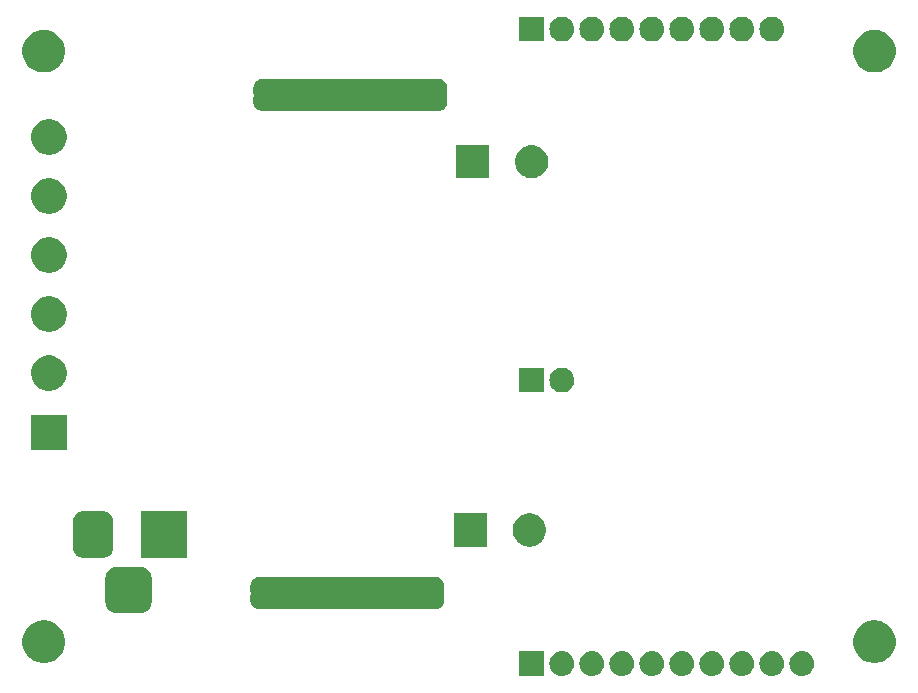
<source format=gbr>
G04 #@! TF.GenerationSoftware,KiCad,Pcbnew,5.0.2-bee76a0~70~ubuntu16.04.1*
G04 #@! TF.CreationDate,2019-02-07T12:57:22-08:00*
G04 #@! TF.ProjectId,wifistepper,77696669-7374-4657-9070-65722e6b6963,rev?*
G04 #@! TF.SameCoordinates,Original*
G04 #@! TF.FileFunction,Soldermask,Bot*
G04 #@! TF.FilePolarity,Negative*
%FSLAX46Y46*%
G04 Gerber Fmt 4.6, Leading zero omitted, Abs format (unit mm)*
G04 Created by KiCad (PCBNEW 5.0.2-bee76a0~70~ubuntu16.04.1) date Thu 07 Feb 2019 12:57:22 PM PST*
%MOMM*%
%LPD*%
G01*
G04 APERTURE LIST*
%ADD10C,0.100000*%
G04 APERTURE END LIST*
D10*
G36*
X101728707Y-115797596D02*
X101805836Y-115805193D01*
X101937787Y-115845220D01*
X102003763Y-115865233D01*
X102186172Y-115962733D01*
X102346054Y-116093946D01*
X102477267Y-116253828D01*
X102574767Y-116436237D01*
X102574767Y-116436238D01*
X102634807Y-116634164D01*
X102655080Y-116840000D01*
X102634807Y-117045836D01*
X102594780Y-117177787D01*
X102574767Y-117243763D01*
X102477267Y-117426172D01*
X102346054Y-117586054D01*
X102186172Y-117717267D01*
X102003763Y-117814767D01*
X101937787Y-117834780D01*
X101805836Y-117874807D01*
X101728707Y-117882404D01*
X101651580Y-117890000D01*
X101548420Y-117890000D01*
X101471293Y-117882404D01*
X101394164Y-117874807D01*
X101262213Y-117834780D01*
X101196237Y-117814767D01*
X101013828Y-117717267D01*
X100853946Y-117586054D01*
X100722733Y-117426172D01*
X100625233Y-117243763D01*
X100605220Y-117177787D01*
X100565193Y-117045836D01*
X100544920Y-116840000D01*
X100565193Y-116634164D01*
X100625233Y-116436238D01*
X100625233Y-116436237D01*
X100722733Y-116253828D01*
X100853946Y-116093946D01*
X101013828Y-115962733D01*
X101196237Y-115865233D01*
X101262213Y-115845220D01*
X101394164Y-115805193D01*
X101471293Y-115797596D01*
X101548420Y-115790000D01*
X101651580Y-115790000D01*
X101728707Y-115797596D01*
X101728707Y-115797596D01*
G37*
G36*
X99188707Y-115797596D02*
X99265836Y-115805193D01*
X99397787Y-115845220D01*
X99463763Y-115865233D01*
X99646172Y-115962733D01*
X99806054Y-116093946D01*
X99937267Y-116253828D01*
X100034767Y-116436237D01*
X100034767Y-116436238D01*
X100094807Y-116634164D01*
X100115080Y-116840000D01*
X100094807Y-117045836D01*
X100054780Y-117177787D01*
X100034767Y-117243763D01*
X99937267Y-117426172D01*
X99806054Y-117586054D01*
X99646172Y-117717267D01*
X99463763Y-117814767D01*
X99397787Y-117834780D01*
X99265836Y-117874807D01*
X99188707Y-117882404D01*
X99111580Y-117890000D01*
X99008420Y-117890000D01*
X98931293Y-117882404D01*
X98854164Y-117874807D01*
X98722213Y-117834780D01*
X98656237Y-117814767D01*
X98473828Y-117717267D01*
X98313946Y-117586054D01*
X98182733Y-117426172D01*
X98085233Y-117243763D01*
X98065220Y-117177787D01*
X98025193Y-117045836D01*
X98004920Y-116840000D01*
X98025193Y-116634164D01*
X98085233Y-116436238D01*
X98085233Y-116436237D01*
X98182733Y-116253828D01*
X98313946Y-116093946D01*
X98473828Y-115962733D01*
X98656237Y-115865233D01*
X98722213Y-115845220D01*
X98854164Y-115805193D01*
X98931293Y-115797596D01*
X99008420Y-115790000D01*
X99111580Y-115790000D01*
X99188707Y-115797596D01*
X99188707Y-115797596D01*
G37*
G36*
X79790000Y-117890000D02*
X77690000Y-117890000D01*
X77690000Y-115790000D01*
X79790000Y-115790000D01*
X79790000Y-117890000D01*
X79790000Y-117890000D01*
G37*
G36*
X81408707Y-115797596D02*
X81485836Y-115805193D01*
X81617787Y-115845220D01*
X81683763Y-115865233D01*
X81866172Y-115962733D01*
X82026054Y-116093946D01*
X82157267Y-116253828D01*
X82254767Y-116436237D01*
X82254767Y-116436238D01*
X82314807Y-116634164D01*
X82335080Y-116840000D01*
X82314807Y-117045836D01*
X82274780Y-117177787D01*
X82254767Y-117243763D01*
X82157267Y-117426172D01*
X82026054Y-117586054D01*
X81866172Y-117717267D01*
X81683763Y-117814767D01*
X81617787Y-117834780D01*
X81485836Y-117874807D01*
X81408707Y-117882404D01*
X81331580Y-117890000D01*
X81228420Y-117890000D01*
X81151293Y-117882404D01*
X81074164Y-117874807D01*
X80942213Y-117834780D01*
X80876237Y-117814767D01*
X80693828Y-117717267D01*
X80533946Y-117586054D01*
X80402733Y-117426172D01*
X80305233Y-117243763D01*
X80285220Y-117177787D01*
X80245193Y-117045836D01*
X80224920Y-116840000D01*
X80245193Y-116634164D01*
X80305233Y-116436238D01*
X80305233Y-116436237D01*
X80402733Y-116253828D01*
X80533946Y-116093946D01*
X80693828Y-115962733D01*
X80876237Y-115865233D01*
X80942213Y-115845220D01*
X81074164Y-115805193D01*
X81151293Y-115797596D01*
X81228420Y-115790000D01*
X81331580Y-115790000D01*
X81408707Y-115797596D01*
X81408707Y-115797596D01*
G37*
G36*
X83948707Y-115797596D02*
X84025836Y-115805193D01*
X84157787Y-115845220D01*
X84223763Y-115865233D01*
X84406172Y-115962733D01*
X84566054Y-116093946D01*
X84697267Y-116253828D01*
X84794767Y-116436237D01*
X84794767Y-116436238D01*
X84854807Y-116634164D01*
X84875080Y-116840000D01*
X84854807Y-117045836D01*
X84814780Y-117177787D01*
X84794767Y-117243763D01*
X84697267Y-117426172D01*
X84566054Y-117586054D01*
X84406172Y-117717267D01*
X84223763Y-117814767D01*
X84157787Y-117834780D01*
X84025836Y-117874807D01*
X83948707Y-117882404D01*
X83871580Y-117890000D01*
X83768420Y-117890000D01*
X83691293Y-117882404D01*
X83614164Y-117874807D01*
X83482213Y-117834780D01*
X83416237Y-117814767D01*
X83233828Y-117717267D01*
X83073946Y-117586054D01*
X82942733Y-117426172D01*
X82845233Y-117243763D01*
X82825220Y-117177787D01*
X82785193Y-117045836D01*
X82764920Y-116840000D01*
X82785193Y-116634164D01*
X82845233Y-116436238D01*
X82845233Y-116436237D01*
X82942733Y-116253828D01*
X83073946Y-116093946D01*
X83233828Y-115962733D01*
X83416237Y-115865233D01*
X83482213Y-115845220D01*
X83614164Y-115805193D01*
X83691293Y-115797596D01*
X83768420Y-115790000D01*
X83871580Y-115790000D01*
X83948707Y-115797596D01*
X83948707Y-115797596D01*
G37*
G36*
X86488707Y-115797596D02*
X86565836Y-115805193D01*
X86697787Y-115845220D01*
X86763763Y-115865233D01*
X86946172Y-115962733D01*
X87106054Y-116093946D01*
X87237267Y-116253828D01*
X87334767Y-116436237D01*
X87334767Y-116436238D01*
X87394807Y-116634164D01*
X87415080Y-116840000D01*
X87394807Y-117045836D01*
X87354780Y-117177787D01*
X87334767Y-117243763D01*
X87237267Y-117426172D01*
X87106054Y-117586054D01*
X86946172Y-117717267D01*
X86763763Y-117814767D01*
X86697787Y-117834780D01*
X86565836Y-117874807D01*
X86488707Y-117882404D01*
X86411580Y-117890000D01*
X86308420Y-117890000D01*
X86231293Y-117882404D01*
X86154164Y-117874807D01*
X86022213Y-117834780D01*
X85956237Y-117814767D01*
X85773828Y-117717267D01*
X85613946Y-117586054D01*
X85482733Y-117426172D01*
X85385233Y-117243763D01*
X85365220Y-117177787D01*
X85325193Y-117045836D01*
X85304920Y-116840000D01*
X85325193Y-116634164D01*
X85385233Y-116436238D01*
X85385233Y-116436237D01*
X85482733Y-116253828D01*
X85613946Y-116093946D01*
X85773828Y-115962733D01*
X85956237Y-115865233D01*
X86022213Y-115845220D01*
X86154164Y-115805193D01*
X86231293Y-115797596D01*
X86308420Y-115790000D01*
X86411580Y-115790000D01*
X86488707Y-115797596D01*
X86488707Y-115797596D01*
G37*
G36*
X89028707Y-115797596D02*
X89105836Y-115805193D01*
X89237787Y-115845220D01*
X89303763Y-115865233D01*
X89486172Y-115962733D01*
X89646054Y-116093946D01*
X89777267Y-116253828D01*
X89874767Y-116436237D01*
X89874767Y-116436238D01*
X89934807Y-116634164D01*
X89955080Y-116840000D01*
X89934807Y-117045836D01*
X89894780Y-117177787D01*
X89874767Y-117243763D01*
X89777267Y-117426172D01*
X89646054Y-117586054D01*
X89486172Y-117717267D01*
X89303763Y-117814767D01*
X89237787Y-117834780D01*
X89105836Y-117874807D01*
X89028707Y-117882404D01*
X88951580Y-117890000D01*
X88848420Y-117890000D01*
X88771293Y-117882404D01*
X88694164Y-117874807D01*
X88562213Y-117834780D01*
X88496237Y-117814767D01*
X88313828Y-117717267D01*
X88153946Y-117586054D01*
X88022733Y-117426172D01*
X87925233Y-117243763D01*
X87905220Y-117177787D01*
X87865193Y-117045836D01*
X87844920Y-116840000D01*
X87865193Y-116634164D01*
X87925233Y-116436238D01*
X87925233Y-116436237D01*
X88022733Y-116253828D01*
X88153946Y-116093946D01*
X88313828Y-115962733D01*
X88496237Y-115865233D01*
X88562213Y-115845220D01*
X88694164Y-115805193D01*
X88771293Y-115797596D01*
X88848420Y-115790000D01*
X88951580Y-115790000D01*
X89028707Y-115797596D01*
X89028707Y-115797596D01*
G37*
G36*
X91568707Y-115797596D02*
X91645836Y-115805193D01*
X91777787Y-115845220D01*
X91843763Y-115865233D01*
X92026172Y-115962733D01*
X92186054Y-116093946D01*
X92317267Y-116253828D01*
X92414767Y-116436237D01*
X92414767Y-116436238D01*
X92474807Y-116634164D01*
X92495080Y-116840000D01*
X92474807Y-117045836D01*
X92434780Y-117177787D01*
X92414767Y-117243763D01*
X92317267Y-117426172D01*
X92186054Y-117586054D01*
X92026172Y-117717267D01*
X91843763Y-117814767D01*
X91777787Y-117834780D01*
X91645836Y-117874807D01*
X91568707Y-117882404D01*
X91491580Y-117890000D01*
X91388420Y-117890000D01*
X91311293Y-117882404D01*
X91234164Y-117874807D01*
X91102213Y-117834780D01*
X91036237Y-117814767D01*
X90853828Y-117717267D01*
X90693946Y-117586054D01*
X90562733Y-117426172D01*
X90465233Y-117243763D01*
X90445220Y-117177787D01*
X90405193Y-117045836D01*
X90384920Y-116840000D01*
X90405193Y-116634164D01*
X90465233Y-116436238D01*
X90465233Y-116436237D01*
X90562733Y-116253828D01*
X90693946Y-116093946D01*
X90853828Y-115962733D01*
X91036237Y-115865233D01*
X91102213Y-115845220D01*
X91234164Y-115805193D01*
X91311293Y-115797596D01*
X91388420Y-115790000D01*
X91491580Y-115790000D01*
X91568707Y-115797596D01*
X91568707Y-115797596D01*
G37*
G36*
X94108707Y-115797596D02*
X94185836Y-115805193D01*
X94317787Y-115845220D01*
X94383763Y-115865233D01*
X94566172Y-115962733D01*
X94726054Y-116093946D01*
X94857267Y-116253828D01*
X94954767Y-116436237D01*
X94954767Y-116436238D01*
X95014807Y-116634164D01*
X95035080Y-116840000D01*
X95014807Y-117045836D01*
X94974780Y-117177787D01*
X94954767Y-117243763D01*
X94857267Y-117426172D01*
X94726054Y-117586054D01*
X94566172Y-117717267D01*
X94383763Y-117814767D01*
X94317787Y-117834780D01*
X94185836Y-117874807D01*
X94108707Y-117882404D01*
X94031580Y-117890000D01*
X93928420Y-117890000D01*
X93851293Y-117882404D01*
X93774164Y-117874807D01*
X93642213Y-117834780D01*
X93576237Y-117814767D01*
X93393828Y-117717267D01*
X93233946Y-117586054D01*
X93102733Y-117426172D01*
X93005233Y-117243763D01*
X92985220Y-117177787D01*
X92945193Y-117045836D01*
X92924920Y-116840000D01*
X92945193Y-116634164D01*
X93005233Y-116436238D01*
X93005233Y-116436237D01*
X93102733Y-116253828D01*
X93233946Y-116093946D01*
X93393828Y-115962733D01*
X93576237Y-115865233D01*
X93642213Y-115845220D01*
X93774164Y-115805193D01*
X93851293Y-115797596D01*
X93928420Y-115790000D01*
X94031580Y-115790000D01*
X94108707Y-115797596D01*
X94108707Y-115797596D01*
G37*
G36*
X96648707Y-115797596D02*
X96725836Y-115805193D01*
X96857787Y-115845220D01*
X96923763Y-115865233D01*
X97106172Y-115962733D01*
X97266054Y-116093946D01*
X97397267Y-116253828D01*
X97494767Y-116436237D01*
X97494767Y-116436238D01*
X97554807Y-116634164D01*
X97575080Y-116840000D01*
X97554807Y-117045836D01*
X97514780Y-117177787D01*
X97494767Y-117243763D01*
X97397267Y-117426172D01*
X97266054Y-117586054D01*
X97106172Y-117717267D01*
X96923763Y-117814767D01*
X96857787Y-117834780D01*
X96725836Y-117874807D01*
X96648707Y-117882404D01*
X96571580Y-117890000D01*
X96468420Y-117890000D01*
X96391293Y-117882404D01*
X96314164Y-117874807D01*
X96182213Y-117834780D01*
X96116237Y-117814767D01*
X95933828Y-117717267D01*
X95773946Y-117586054D01*
X95642733Y-117426172D01*
X95545233Y-117243763D01*
X95525220Y-117177787D01*
X95485193Y-117045836D01*
X95464920Y-116840000D01*
X95485193Y-116634164D01*
X95545233Y-116436238D01*
X95545233Y-116436237D01*
X95642733Y-116253828D01*
X95773946Y-116093946D01*
X95933828Y-115962733D01*
X96116237Y-115865233D01*
X96182213Y-115845220D01*
X96314164Y-115805193D01*
X96391293Y-115797596D01*
X96468420Y-115790000D01*
X96571580Y-115790000D01*
X96648707Y-115797596D01*
X96648707Y-115797596D01*
G37*
G36*
X108153622Y-113246115D02*
X108269541Y-113269173D01*
X108597120Y-113404861D01*
X108888011Y-113599228D01*
X108891936Y-113601851D01*
X109142649Y-113852564D01*
X109339640Y-114147382D01*
X109475327Y-114474960D01*
X109544500Y-114822714D01*
X109544500Y-115177286D01*
X109475327Y-115525040D01*
X109339640Y-115852618D01*
X109142649Y-116147436D01*
X108891936Y-116398149D01*
X108891933Y-116398151D01*
X108597120Y-116595139D01*
X108269541Y-116730827D01*
X108153622Y-116753885D01*
X107921786Y-116800000D01*
X107567214Y-116800000D01*
X107335378Y-116753885D01*
X107219459Y-116730827D01*
X106891880Y-116595139D01*
X106597067Y-116398151D01*
X106597064Y-116398149D01*
X106346351Y-116147436D01*
X106149360Y-115852618D01*
X106013673Y-115525040D01*
X105944500Y-115177286D01*
X105944500Y-114822714D01*
X106013673Y-114474960D01*
X106149360Y-114147382D01*
X106346351Y-113852564D01*
X106597064Y-113601851D01*
X106600989Y-113599228D01*
X106891880Y-113404861D01*
X107219459Y-113269173D01*
X107335378Y-113246115D01*
X107567214Y-113200000D01*
X107921786Y-113200000D01*
X108153622Y-113246115D01*
X108153622Y-113246115D01*
G37*
G36*
X37822122Y-113246115D02*
X37938041Y-113269173D01*
X38265620Y-113404861D01*
X38556511Y-113599228D01*
X38560436Y-113601851D01*
X38811149Y-113852564D01*
X39008140Y-114147382D01*
X39143827Y-114474960D01*
X39213000Y-114822714D01*
X39213000Y-115177286D01*
X39143827Y-115525040D01*
X39008140Y-115852618D01*
X38811149Y-116147436D01*
X38560436Y-116398149D01*
X38560433Y-116398151D01*
X38265620Y-116595139D01*
X37938041Y-116730827D01*
X37822122Y-116753885D01*
X37590286Y-116800000D01*
X37235714Y-116800000D01*
X37003878Y-116753885D01*
X36887959Y-116730827D01*
X36560380Y-116595139D01*
X36265567Y-116398151D01*
X36265564Y-116398149D01*
X36014851Y-116147436D01*
X35817860Y-115852618D01*
X35682173Y-115525040D01*
X35613000Y-115177286D01*
X35613000Y-114822714D01*
X35682173Y-114474960D01*
X35817860Y-114147382D01*
X36014851Y-113852564D01*
X36265564Y-113601851D01*
X36269489Y-113599228D01*
X36560380Y-113404861D01*
X36887959Y-113269173D01*
X37003878Y-113246115D01*
X37235714Y-113200000D01*
X37590286Y-113200000D01*
X37822122Y-113246115D01*
X37822122Y-113246115D01*
G37*
G36*
X45807898Y-108686126D02*
X45978972Y-108738021D01*
X46136621Y-108822286D01*
X46274807Y-108935693D01*
X46388214Y-109073879D01*
X46472479Y-109231528D01*
X46524374Y-109402602D01*
X46542500Y-109586640D01*
X46542500Y-111649360D01*
X46524374Y-111833398D01*
X46472479Y-112004472D01*
X46388214Y-112162121D01*
X46274807Y-112300307D01*
X46136621Y-112413714D01*
X45978972Y-112497979D01*
X45807898Y-112549874D01*
X45623860Y-112568000D01*
X43561140Y-112568000D01*
X43377102Y-112549874D01*
X43206028Y-112497979D01*
X43048379Y-112413714D01*
X42910193Y-112300307D01*
X42796786Y-112162121D01*
X42712521Y-112004472D01*
X42660626Y-111833398D01*
X42642500Y-111649360D01*
X42642500Y-109586640D01*
X42660626Y-109402602D01*
X42712521Y-109231528D01*
X42796786Y-109073879D01*
X42910193Y-108935693D01*
X43048379Y-108822286D01*
X43206028Y-108738021D01*
X43377102Y-108686126D01*
X43561140Y-108668000D01*
X45623860Y-108668000D01*
X45807898Y-108686126D01*
X45807898Y-108686126D01*
G37*
G36*
X70631197Y-109521233D02*
X70643449Y-109521835D01*
X70661869Y-109521835D01*
X70713358Y-109526906D01*
X70797443Y-109543632D01*
X70831168Y-109553862D01*
X70841048Y-109556859D01*
X70841050Y-109556860D01*
X70846955Y-109558651D01*
X70926164Y-109591460D01*
X70971787Y-109615846D01*
X71043082Y-109663484D01*
X71083076Y-109696306D01*
X71143694Y-109756924D01*
X71176516Y-109796918D01*
X71224154Y-109868213D01*
X71248540Y-109913836D01*
X71281349Y-109993045D01*
X71296368Y-110042557D01*
X71313094Y-110126642D01*
X71318165Y-110178131D01*
X71318165Y-110196551D01*
X71318767Y-110208803D01*
X71320573Y-110227140D01*
X71320573Y-110714860D01*
X71316107Y-110760203D01*
X71304668Y-110797913D01*
X71297097Y-110812078D01*
X71287720Y-110834717D01*
X71282940Y-110858750D01*
X71282940Y-110883255D01*
X71287721Y-110907288D01*
X71297097Y-110929922D01*
X71304668Y-110944087D01*
X71316107Y-110981797D01*
X71320573Y-111027140D01*
X71320573Y-111514860D01*
X71318767Y-111533197D01*
X71318165Y-111545449D01*
X71318165Y-111563869D01*
X71313094Y-111615358D01*
X71296368Y-111699443D01*
X71281349Y-111748955D01*
X71248540Y-111828164D01*
X71224154Y-111873787D01*
X71176516Y-111945082D01*
X71143694Y-111985076D01*
X71083076Y-112045694D01*
X71043082Y-112078516D01*
X70971787Y-112126154D01*
X70926164Y-112150540D01*
X70846955Y-112183349D01*
X70841050Y-112185140D01*
X70841048Y-112185141D01*
X70831168Y-112188138D01*
X70797443Y-112198368D01*
X70713358Y-112215094D01*
X70661869Y-112220165D01*
X70643449Y-112220165D01*
X70631197Y-112220767D01*
X70612860Y-112222573D01*
X55625140Y-112222573D01*
X55606803Y-112220767D01*
X55594551Y-112220165D01*
X55576131Y-112220165D01*
X55524642Y-112215094D01*
X55440557Y-112198368D01*
X55406832Y-112188138D01*
X55396952Y-112185141D01*
X55396950Y-112185140D01*
X55391045Y-112183349D01*
X55311836Y-112150540D01*
X55266213Y-112126154D01*
X55194918Y-112078516D01*
X55154924Y-112045694D01*
X55094306Y-111985076D01*
X55061484Y-111945082D01*
X55013846Y-111873787D01*
X54989460Y-111828164D01*
X54956651Y-111748955D01*
X54941632Y-111699443D01*
X54924906Y-111615358D01*
X54919835Y-111563869D01*
X54919835Y-111545449D01*
X54919233Y-111533197D01*
X54917427Y-111514860D01*
X54917427Y-111027140D01*
X54921893Y-110981797D01*
X54933332Y-110944087D01*
X54940903Y-110929922D01*
X54950280Y-110907283D01*
X54955060Y-110883250D01*
X54955060Y-110858745D01*
X54950279Y-110834712D01*
X54940903Y-110812078D01*
X54933332Y-110797913D01*
X54921893Y-110760203D01*
X54917427Y-110714860D01*
X54917427Y-110227140D01*
X54919233Y-110208803D01*
X54919835Y-110196551D01*
X54919835Y-110178131D01*
X54924906Y-110126642D01*
X54941632Y-110042557D01*
X54956651Y-109993045D01*
X54989460Y-109913836D01*
X55013846Y-109868213D01*
X55061484Y-109796918D01*
X55094306Y-109756924D01*
X55154924Y-109696306D01*
X55194918Y-109663484D01*
X55266213Y-109615846D01*
X55311836Y-109591460D01*
X55391045Y-109558651D01*
X55396950Y-109556860D01*
X55396952Y-109556859D01*
X55406832Y-109553862D01*
X55440557Y-109543632D01*
X55524642Y-109526906D01*
X55576131Y-109521835D01*
X55594551Y-109521835D01*
X55606803Y-109521233D01*
X55625140Y-109519427D01*
X70612860Y-109519427D01*
X70631197Y-109521233D01*
X70631197Y-109521233D01*
G37*
G36*
X42658517Y-103983724D02*
X42806130Y-104028503D01*
X42942177Y-104101222D01*
X43061419Y-104199081D01*
X43159278Y-104318323D01*
X43231997Y-104454370D01*
X43276776Y-104601983D01*
X43292500Y-104761640D01*
X43292500Y-107074360D01*
X43276776Y-107234017D01*
X43231997Y-107381630D01*
X43159278Y-107517677D01*
X43061419Y-107636919D01*
X42942177Y-107734778D01*
X42806130Y-107807497D01*
X42658517Y-107852276D01*
X42498860Y-107868000D01*
X40686140Y-107868000D01*
X40526483Y-107852276D01*
X40378870Y-107807497D01*
X40242823Y-107734778D01*
X40123581Y-107636919D01*
X40025722Y-107517677D01*
X39953003Y-107381630D01*
X39908224Y-107234017D01*
X39892500Y-107074360D01*
X39892500Y-104761640D01*
X39908224Y-104601983D01*
X39953003Y-104454370D01*
X40025722Y-104318323D01*
X40123581Y-104199081D01*
X40242823Y-104101222D01*
X40378870Y-104028503D01*
X40526483Y-103983724D01*
X40686140Y-103968000D01*
X42498860Y-103968000D01*
X42658517Y-103983724D01*
X42658517Y-103983724D01*
G37*
G36*
X49542500Y-107868000D02*
X45642500Y-107868000D01*
X45642500Y-103968000D01*
X49542500Y-103968000D01*
X49542500Y-107868000D01*
X49542500Y-107868000D01*
G37*
G36*
X74933000Y-106937000D02*
X72133000Y-106937000D01*
X72133000Y-104137000D01*
X74933000Y-104137000D01*
X74933000Y-106937000D01*
X74933000Y-106937000D01*
G37*
G36*
X78806126Y-104163900D02*
X78941365Y-104190801D01*
X79196149Y-104296336D01*
X79422397Y-104447511D01*
X79425451Y-104449551D01*
X79620449Y-104644549D01*
X79773665Y-104873853D01*
X79879199Y-105128636D01*
X79933000Y-105399111D01*
X79933000Y-105674889D01*
X79879199Y-105945364D01*
X79773665Y-106200147D01*
X79620449Y-106429451D01*
X79425451Y-106624449D01*
X79425448Y-106624451D01*
X79196149Y-106777664D01*
X78941365Y-106883199D01*
X78806127Y-106910099D01*
X78670889Y-106937000D01*
X78395111Y-106937000D01*
X78259873Y-106910099D01*
X78124635Y-106883199D01*
X77869851Y-106777664D01*
X77640552Y-106624451D01*
X77640549Y-106624449D01*
X77445551Y-106429451D01*
X77292335Y-106200147D01*
X77186801Y-105945364D01*
X77133000Y-105674889D01*
X77133000Y-105399111D01*
X77186801Y-105128636D01*
X77292335Y-104873853D01*
X77445551Y-104644549D01*
X77640549Y-104449551D01*
X77643603Y-104447511D01*
X77869851Y-104296336D01*
X78124635Y-104190801D01*
X78259874Y-104163900D01*
X78395111Y-104137000D01*
X78670889Y-104137000D01*
X78806126Y-104163900D01*
X78806126Y-104163900D01*
G37*
G36*
X39346000Y-98763000D02*
X36346000Y-98763000D01*
X36346000Y-95763000D01*
X39346000Y-95763000D01*
X39346000Y-98763000D01*
X39346000Y-98763000D01*
G37*
G36*
X79790000Y-93887000D02*
X77690000Y-93887000D01*
X77690000Y-91787000D01*
X79790000Y-91787000D01*
X79790000Y-93887000D01*
X79790000Y-93887000D01*
G37*
G36*
X81408707Y-91794596D02*
X81485836Y-91802193D01*
X81562560Y-91825467D01*
X81683763Y-91862233D01*
X81866172Y-91959733D01*
X82026054Y-92090946D01*
X82157267Y-92250828D01*
X82254767Y-92433237D01*
X82254767Y-92433238D01*
X82314807Y-92631164D01*
X82335080Y-92837000D01*
X82314807Y-93042836D01*
X82274780Y-93174787D01*
X82254767Y-93240763D01*
X82157267Y-93423172D01*
X82026054Y-93583054D01*
X81866172Y-93714267D01*
X81683763Y-93811767D01*
X81617787Y-93831780D01*
X81485836Y-93871807D01*
X81408707Y-93879403D01*
X81331580Y-93887000D01*
X81228420Y-93887000D01*
X81151293Y-93879403D01*
X81074164Y-93871807D01*
X80942213Y-93831780D01*
X80876237Y-93811767D01*
X80693828Y-93714267D01*
X80533946Y-93583054D01*
X80402733Y-93423172D01*
X80305233Y-93240763D01*
X80285220Y-93174787D01*
X80245193Y-93042836D01*
X80224920Y-92837000D01*
X80245193Y-92631164D01*
X80305233Y-92433238D01*
X80305233Y-92433237D01*
X80402733Y-92250828D01*
X80533946Y-92090946D01*
X80693828Y-91959733D01*
X80876237Y-91862233D01*
X80997440Y-91825467D01*
X81074164Y-91802193D01*
X81151293Y-91794596D01*
X81228420Y-91787000D01*
X81331580Y-91787000D01*
X81408707Y-91794596D01*
X81408707Y-91794596D01*
G37*
G36*
X38186935Y-90801429D02*
X38283534Y-90820644D01*
X38556517Y-90933717D01*
X38798920Y-91095687D01*
X38802197Y-91097876D01*
X39011124Y-91306803D01*
X39175284Y-91552485D01*
X39288356Y-91825467D01*
X39346000Y-92115261D01*
X39346000Y-92410739D01*
X39307571Y-92603935D01*
X39288356Y-92700534D01*
X39175283Y-92973517D01*
X39128965Y-93042836D01*
X39011124Y-93219197D01*
X38802197Y-93428124D01*
X38802194Y-93428126D01*
X38556517Y-93592283D01*
X38283534Y-93705356D01*
X38238735Y-93714267D01*
X37993739Y-93763000D01*
X37698261Y-93763000D01*
X37453265Y-93714267D01*
X37408466Y-93705356D01*
X37135483Y-93592283D01*
X36889806Y-93428126D01*
X36889803Y-93428124D01*
X36680876Y-93219197D01*
X36563035Y-93042836D01*
X36516717Y-92973517D01*
X36403644Y-92700534D01*
X36384429Y-92603935D01*
X36346000Y-92410739D01*
X36346000Y-92115261D01*
X36403644Y-91825467D01*
X36516716Y-91552485D01*
X36680876Y-91306803D01*
X36889803Y-91097876D01*
X36893080Y-91095687D01*
X37135483Y-90933717D01*
X37408466Y-90820644D01*
X37505065Y-90801429D01*
X37698261Y-90763000D01*
X37993739Y-90763000D01*
X38186935Y-90801429D01*
X38186935Y-90801429D01*
G37*
G36*
X38186935Y-85801429D02*
X38283534Y-85820644D01*
X38556517Y-85933717D01*
X38798920Y-86095687D01*
X38802197Y-86097876D01*
X39011124Y-86306803D01*
X39175284Y-86552485D01*
X39288356Y-86825467D01*
X39346000Y-87115261D01*
X39346000Y-87410739D01*
X39288356Y-87700533D01*
X39175284Y-87973515D01*
X39011124Y-88219197D01*
X38802197Y-88428124D01*
X38802194Y-88428126D01*
X38556517Y-88592283D01*
X38283534Y-88705356D01*
X38186935Y-88724571D01*
X37993739Y-88763000D01*
X37698261Y-88763000D01*
X37505065Y-88724571D01*
X37408466Y-88705356D01*
X37135483Y-88592283D01*
X36889806Y-88428126D01*
X36889803Y-88428124D01*
X36680876Y-88219197D01*
X36516716Y-87973515D01*
X36403644Y-87700533D01*
X36346000Y-87410739D01*
X36346000Y-87115261D01*
X36403644Y-86825467D01*
X36516716Y-86552485D01*
X36680876Y-86306803D01*
X36889803Y-86097876D01*
X36893080Y-86095687D01*
X37135483Y-85933717D01*
X37408466Y-85820644D01*
X37505065Y-85801429D01*
X37698261Y-85763000D01*
X37993739Y-85763000D01*
X38186935Y-85801429D01*
X38186935Y-85801429D01*
G37*
G36*
X38186935Y-80801429D02*
X38283534Y-80820644D01*
X38556517Y-80933717D01*
X38798920Y-81095687D01*
X38802197Y-81097876D01*
X39011124Y-81306803D01*
X39175284Y-81552485D01*
X39288356Y-81825467D01*
X39346000Y-82115261D01*
X39346000Y-82410739D01*
X39288356Y-82700533D01*
X39175284Y-82973515D01*
X39011124Y-83219197D01*
X38802197Y-83428124D01*
X38802194Y-83428126D01*
X38556517Y-83592283D01*
X38283534Y-83705356D01*
X38186935Y-83724571D01*
X37993739Y-83763000D01*
X37698261Y-83763000D01*
X37505065Y-83724571D01*
X37408466Y-83705356D01*
X37135483Y-83592283D01*
X36889806Y-83428126D01*
X36889803Y-83428124D01*
X36680876Y-83219197D01*
X36516716Y-82973515D01*
X36403644Y-82700533D01*
X36346000Y-82410739D01*
X36346000Y-82115261D01*
X36403644Y-81825467D01*
X36516716Y-81552485D01*
X36680876Y-81306803D01*
X36889803Y-81097876D01*
X36893080Y-81095687D01*
X37135483Y-80933717D01*
X37408466Y-80820644D01*
X37505065Y-80801429D01*
X37698261Y-80763000D01*
X37993739Y-80763000D01*
X38186935Y-80801429D01*
X38186935Y-80801429D01*
G37*
G36*
X38186935Y-75801429D02*
X38283534Y-75820644D01*
X38556517Y-75933717D01*
X38798920Y-76095687D01*
X38802197Y-76097876D01*
X39011124Y-76306803D01*
X39175284Y-76552485D01*
X39288356Y-76825467D01*
X39346000Y-77115261D01*
X39346000Y-77410739D01*
X39288356Y-77700533D01*
X39175284Y-77973515D01*
X39011124Y-78219197D01*
X38802197Y-78428124D01*
X38802194Y-78428126D01*
X38556517Y-78592283D01*
X38283534Y-78705356D01*
X38186935Y-78724571D01*
X37993739Y-78763000D01*
X37698261Y-78763000D01*
X37505065Y-78724571D01*
X37408466Y-78705356D01*
X37135483Y-78592283D01*
X36889806Y-78428126D01*
X36889803Y-78428124D01*
X36680876Y-78219197D01*
X36516716Y-77973515D01*
X36403644Y-77700533D01*
X36346000Y-77410739D01*
X36346000Y-77115261D01*
X36403644Y-76825467D01*
X36516716Y-76552485D01*
X36680876Y-76306803D01*
X36889803Y-76097876D01*
X36893080Y-76095687D01*
X37135483Y-75933717D01*
X37408466Y-75820644D01*
X37505065Y-75801429D01*
X37698261Y-75763000D01*
X37993739Y-75763000D01*
X38186935Y-75801429D01*
X38186935Y-75801429D01*
G37*
G36*
X75123500Y-75758500D02*
X72323500Y-75758500D01*
X72323500Y-72958500D01*
X75123500Y-72958500D01*
X75123500Y-75758500D01*
X75123500Y-75758500D01*
G37*
G36*
X78936874Y-72973515D02*
X79131865Y-73012301D01*
X79386649Y-73117836D01*
X79538346Y-73219197D01*
X79615951Y-73271051D01*
X79810949Y-73466049D01*
X79964165Y-73695353D01*
X80069699Y-73950136D01*
X80123500Y-74220611D01*
X80123500Y-74496389D01*
X80069699Y-74766864D01*
X79964165Y-75021647D01*
X79810949Y-75250951D01*
X79615951Y-75445949D01*
X79615948Y-75445951D01*
X79386649Y-75599164D01*
X79131865Y-75704699D01*
X78996627Y-75731599D01*
X78861389Y-75758500D01*
X78585611Y-75758500D01*
X78450373Y-75731599D01*
X78315135Y-75704699D01*
X78060351Y-75599164D01*
X77831052Y-75445951D01*
X77831049Y-75445949D01*
X77636051Y-75250951D01*
X77482835Y-75021647D01*
X77377301Y-74766864D01*
X77323500Y-74496389D01*
X77323500Y-74220611D01*
X77377301Y-73950136D01*
X77482835Y-73695353D01*
X77636051Y-73466049D01*
X77831049Y-73271051D01*
X77908654Y-73219197D01*
X78060351Y-73117836D01*
X78315135Y-73012301D01*
X78510126Y-72973515D01*
X78585611Y-72958500D01*
X78861389Y-72958500D01*
X78936874Y-72973515D01*
X78936874Y-72973515D01*
G37*
G36*
X38186935Y-70801429D02*
X38283534Y-70820644D01*
X38556517Y-70933717D01*
X38798920Y-71095687D01*
X38802197Y-71097876D01*
X39011124Y-71306803D01*
X39011126Y-71306806D01*
X39175283Y-71552483D01*
X39288356Y-71825466D01*
X39346000Y-72115263D01*
X39346000Y-72410737D01*
X39288356Y-72700534D01*
X39175283Y-72973517D01*
X39013313Y-73215920D01*
X39011124Y-73219197D01*
X38802197Y-73428124D01*
X38802194Y-73428126D01*
X38556517Y-73592283D01*
X38283534Y-73705356D01*
X38186935Y-73724571D01*
X37993739Y-73763000D01*
X37698261Y-73763000D01*
X37505065Y-73724571D01*
X37408466Y-73705356D01*
X37135483Y-73592283D01*
X36889806Y-73428126D01*
X36889803Y-73428124D01*
X36680876Y-73219197D01*
X36678687Y-73215920D01*
X36516717Y-72973517D01*
X36403644Y-72700534D01*
X36346000Y-72410737D01*
X36346000Y-72115263D01*
X36403644Y-71825466D01*
X36516717Y-71552483D01*
X36680874Y-71306806D01*
X36680876Y-71306803D01*
X36889803Y-71097876D01*
X36893080Y-71095687D01*
X37135483Y-70933717D01*
X37408466Y-70820644D01*
X37505065Y-70801429D01*
X37698261Y-70763000D01*
X37993739Y-70763000D01*
X38186935Y-70801429D01*
X38186935Y-70801429D01*
G37*
G36*
X70885197Y-67342233D02*
X70897449Y-67342835D01*
X70915869Y-67342835D01*
X70967358Y-67347906D01*
X71051443Y-67364632D01*
X71085168Y-67374862D01*
X71095048Y-67377859D01*
X71095050Y-67377860D01*
X71100955Y-67379651D01*
X71180164Y-67412460D01*
X71225787Y-67436846D01*
X71297082Y-67484484D01*
X71337076Y-67517306D01*
X71397694Y-67577924D01*
X71430516Y-67617918D01*
X71478154Y-67689213D01*
X71502540Y-67734836D01*
X71535349Y-67814045D01*
X71550368Y-67863557D01*
X71567094Y-67947642D01*
X71572165Y-67999131D01*
X71572165Y-68017551D01*
X71572767Y-68029803D01*
X71574573Y-68048140D01*
X71574573Y-68535860D01*
X71570107Y-68581203D01*
X71558668Y-68618913D01*
X71551097Y-68633078D01*
X71541720Y-68655717D01*
X71536940Y-68679750D01*
X71536940Y-68704255D01*
X71541721Y-68728288D01*
X71551097Y-68750922D01*
X71558668Y-68765087D01*
X71570107Y-68802797D01*
X71574573Y-68848140D01*
X71574573Y-69335860D01*
X71572767Y-69354197D01*
X71572165Y-69366449D01*
X71572165Y-69384869D01*
X71567094Y-69436358D01*
X71550368Y-69520443D01*
X71535349Y-69569955D01*
X71502540Y-69649164D01*
X71478154Y-69694787D01*
X71430516Y-69766082D01*
X71397694Y-69806076D01*
X71337076Y-69866694D01*
X71297082Y-69899516D01*
X71225787Y-69947154D01*
X71180164Y-69971540D01*
X71100955Y-70004349D01*
X71095050Y-70006140D01*
X71095048Y-70006141D01*
X71085168Y-70009138D01*
X71051443Y-70019368D01*
X70967358Y-70036094D01*
X70915869Y-70041165D01*
X70897449Y-70041165D01*
X70885197Y-70041767D01*
X70866860Y-70043573D01*
X55879140Y-70043573D01*
X55860803Y-70041767D01*
X55848551Y-70041165D01*
X55830131Y-70041165D01*
X55778642Y-70036094D01*
X55694557Y-70019368D01*
X55660832Y-70009138D01*
X55650952Y-70006141D01*
X55650950Y-70006140D01*
X55645045Y-70004349D01*
X55565836Y-69971540D01*
X55520213Y-69947154D01*
X55448918Y-69899516D01*
X55408924Y-69866694D01*
X55348306Y-69806076D01*
X55315484Y-69766082D01*
X55267846Y-69694787D01*
X55243460Y-69649164D01*
X55210651Y-69569955D01*
X55195632Y-69520443D01*
X55178906Y-69436358D01*
X55173835Y-69384869D01*
X55173835Y-69366449D01*
X55173233Y-69354197D01*
X55171427Y-69335860D01*
X55171427Y-68848140D01*
X55175893Y-68802797D01*
X55187332Y-68765087D01*
X55194903Y-68750922D01*
X55204280Y-68728283D01*
X55209060Y-68704250D01*
X55209060Y-68679745D01*
X55204279Y-68655712D01*
X55194903Y-68633078D01*
X55187332Y-68618913D01*
X55175893Y-68581203D01*
X55171427Y-68535860D01*
X55171427Y-68048140D01*
X55173233Y-68029803D01*
X55173835Y-68017551D01*
X55173835Y-67999131D01*
X55178906Y-67947642D01*
X55195632Y-67863557D01*
X55210651Y-67814045D01*
X55243460Y-67734836D01*
X55267846Y-67689213D01*
X55315484Y-67617918D01*
X55348306Y-67577924D01*
X55408924Y-67517306D01*
X55448918Y-67484484D01*
X55520213Y-67436846D01*
X55565836Y-67412460D01*
X55645045Y-67379651D01*
X55650950Y-67377860D01*
X55650952Y-67377859D01*
X55660832Y-67374862D01*
X55694557Y-67364632D01*
X55778642Y-67347906D01*
X55830131Y-67342835D01*
X55848551Y-67342835D01*
X55860803Y-67342233D01*
X55879140Y-67340427D01*
X70866860Y-67340427D01*
X70885197Y-67342233D01*
X70885197Y-67342233D01*
G37*
G36*
X108153622Y-63246115D02*
X108269541Y-63269173D01*
X108597120Y-63404861D01*
X108888011Y-63599228D01*
X108891936Y-63601851D01*
X109142649Y-63852564D01*
X109339640Y-64147382D01*
X109475327Y-64474960D01*
X109544500Y-64822714D01*
X109544500Y-65177286D01*
X109475327Y-65525040D01*
X109339640Y-65852618D01*
X109142649Y-66147436D01*
X108891936Y-66398149D01*
X108891933Y-66398151D01*
X108597120Y-66595139D01*
X108269541Y-66730827D01*
X108153622Y-66753885D01*
X107921786Y-66800000D01*
X107567214Y-66800000D01*
X107335378Y-66753885D01*
X107219459Y-66730827D01*
X106891880Y-66595139D01*
X106597067Y-66398151D01*
X106597064Y-66398149D01*
X106346351Y-66147436D01*
X106149360Y-65852618D01*
X106013673Y-65525040D01*
X105944500Y-65177286D01*
X105944500Y-64822714D01*
X106013673Y-64474960D01*
X106149360Y-64147382D01*
X106346351Y-63852564D01*
X106597064Y-63601851D01*
X106600989Y-63599228D01*
X106891880Y-63404861D01*
X107219459Y-63269173D01*
X107335378Y-63246115D01*
X107567214Y-63200000D01*
X107921786Y-63200000D01*
X108153622Y-63246115D01*
X108153622Y-63246115D01*
G37*
G36*
X37822122Y-63246115D02*
X37938041Y-63269173D01*
X38265620Y-63404861D01*
X38556511Y-63599228D01*
X38560436Y-63601851D01*
X38811149Y-63852564D01*
X39008140Y-64147382D01*
X39143827Y-64474960D01*
X39213000Y-64822714D01*
X39213000Y-65177286D01*
X39143827Y-65525040D01*
X39008140Y-65852618D01*
X38811149Y-66147436D01*
X38560436Y-66398149D01*
X38560433Y-66398151D01*
X38265620Y-66595139D01*
X37938041Y-66730827D01*
X37822122Y-66753885D01*
X37590286Y-66800000D01*
X37235714Y-66800000D01*
X37003878Y-66753885D01*
X36887959Y-66730827D01*
X36560380Y-66595139D01*
X36265567Y-66398151D01*
X36265564Y-66398149D01*
X36014851Y-66147436D01*
X35817860Y-65852618D01*
X35682173Y-65525040D01*
X35613000Y-65177286D01*
X35613000Y-64822714D01*
X35682173Y-64474960D01*
X35817860Y-64147382D01*
X36014851Y-63852564D01*
X36265564Y-63601851D01*
X36269489Y-63599228D01*
X36560380Y-63404861D01*
X36887959Y-63269173D01*
X37003878Y-63246115D01*
X37235714Y-63200000D01*
X37590286Y-63200000D01*
X37822122Y-63246115D01*
X37822122Y-63246115D01*
G37*
G36*
X86488707Y-62076596D02*
X86565836Y-62084193D01*
X86697787Y-62124220D01*
X86763763Y-62144233D01*
X86946172Y-62241733D01*
X87106054Y-62372946D01*
X87237267Y-62532828D01*
X87334767Y-62715237D01*
X87334767Y-62715238D01*
X87394807Y-62913164D01*
X87415080Y-63119000D01*
X87394807Y-63324836D01*
X87370532Y-63404860D01*
X87334767Y-63522763D01*
X87237267Y-63705172D01*
X87106054Y-63865054D01*
X86946172Y-63996267D01*
X86763763Y-64093767D01*
X86697787Y-64113780D01*
X86565836Y-64153807D01*
X86488707Y-64161403D01*
X86411580Y-64169000D01*
X86308420Y-64169000D01*
X86231293Y-64161403D01*
X86154164Y-64153807D01*
X86022213Y-64113780D01*
X85956237Y-64093767D01*
X85773828Y-63996267D01*
X85613946Y-63865054D01*
X85482733Y-63705172D01*
X85385233Y-63522763D01*
X85349468Y-63404860D01*
X85325193Y-63324836D01*
X85304920Y-63119000D01*
X85325193Y-62913164D01*
X85385233Y-62715238D01*
X85385233Y-62715237D01*
X85482733Y-62532828D01*
X85613946Y-62372946D01*
X85773828Y-62241733D01*
X85956237Y-62144233D01*
X86022213Y-62124220D01*
X86154164Y-62084193D01*
X86231293Y-62076596D01*
X86308420Y-62069000D01*
X86411580Y-62069000D01*
X86488707Y-62076596D01*
X86488707Y-62076596D01*
G37*
G36*
X79790000Y-64169000D02*
X77690000Y-64169000D01*
X77690000Y-62069000D01*
X79790000Y-62069000D01*
X79790000Y-64169000D01*
X79790000Y-64169000D01*
G37*
G36*
X81408707Y-62076596D02*
X81485836Y-62084193D01*
X81617787Y-62124220D01*
X81683763Y-62144233D01*
X81866172Y-62241733D01*
X82026054Y-62372946D01*
X82157267Y-62532828D01*
X82254767Y-62715237D01*
X82254767Y-62715238D01*
X82314807Y-62913164D01*
X82335080Y-63119000D01*
X82314807Y-63324836D01*
X82290532Y-63404860D01*
X82254767Y-63522763D01*
X82157267Y-63705172D01*
X82026054Y-63865054D01*
X81866172Y-63996267D01*
X81683763Y-64093767D01*
X81617787Y-64113780D01*
X81485836Y-64153807D01*
X81408707Y-64161403D01*
X81331580Y-64169000D01*
X81228420Y-64169000D01*
X81151293Y-64161403D01*
X81074164Y-64153807D01*
X80942213Y-64113780D01*
X80876237Y-64093767D01*
X80693828Y-63996267D01*
X80533946Y-63865054D01*
X80402733Y-63705172D01*
X80305233Y-63522763D01*
X80269468Y-63404860D01*
X80245193Y-63324836D01*
X80224920Y-63119000D01*
X80245193Y-62913164D01*
X80305233Y-62715238D01*
X80305233Y-62715237D01*
X80402733Y-62532828D01*
X80533946Y-62372946D01*
X80693828Y-62241733D01*
X80876237Y-62144233D01*
X80942213Y-62124220D01*
X81074164Y-62084193D01*
X81151293Y-62076596D01*
X81228420Y-62069000D01*
X81331580Y-62069000D01*
X81408707Y-62076596D01*
X81408707Y-62076596D01*
G37*
G36*
X83948707Y-62076596D02*
X84025836Y-62084193D01*
X84157787Y-62124220D01*
X84223763Y-62144233D01*
X84406172Y-62241733D01*
X84566054Y-62372946D01*
X84697267Y-62532828D01*
X84794767Y-62715237D01*
X84794767Y-62715238D01*
X84854807Y-62913164D01*
X84875080Y-63119000D01*
X84854807Y-63324836D01*
X84830532Y-63404860D01*
X84794767Y-63522763D01*
X84697267Y-63705172D01*
X84566054Y-63865054D01*
X84406172Y-63996267D01*
X84223763Y-64093767D01*
X84157787Y-64113780D01*
X84025836Y-64153807D01*
X83948707Y-64161403D01*
X83871580Y-64169000D01*
X83768420Y-64169000D01*
X83691293Y-64161403D01*
X83614164Y-64153807D01*
X83482213Y-64113780D01*
X83416237Y-64093767D01*
X83233828Y-63996267D01*
X83073946Y-63865054D01*
X82942733Y-63705172D01*
X82845233Y-63522763D01*
X82809468Y-63404860D01*
X82785193Y-63324836D01*
X82764920Y-63119000D01*
X82785193Y-62913164D01*
X82845233Y-62715238D01*
X82845233Y-62715237D01*
X82942733Y-62532828D01*
X83073946Y-62372946D01*
X83233828Y-62241733D01*
X83416237Y-62144233D01*
X83482213Y-62124220D01*
X83614164Y-62084193D01*
X83691293Y-62076596D01*
X83768420Y-62069000D01*
X83871580Y-62069000D01*
X83948707Y-62076596D01*
X83948707Y-62076596D01*
G37*
G36*
X99188707Y-62076596D02*
X99265836Y-62084193D01*
X99397787Y-62124220D01*
X99463763Y-62144233D01*
X99646172Y-62241733D01*
X99806054Y-62372946D01*
X99937267Y-62532828D01*
X100034767Y-62715237D01*
X100034767Y-62715238D01*
X100094807Y-62913164D01*
X100115080Y-63119000D01*
X100094807Y-63324836D01*
X100070532Y-63404860D01*
X100034767Y-63522763D01*
X99937267Y-63705172D01*
X99806054Y-63865054D01*
X99646172Y-63996267D01*
X99463763Y-64093767D01*
X99397787Y-64113780D01*
X99265836Y-64153807D01*
X99188707Y-64161403D01*
X99111580Y-64169000D01*
X99008420Y-64169000D01*
X98931293Y-64161403D01*
X98854164Y-64153807D01*
X98722213Y-64113780D01*
X98656237Y-64093767D01*
X98473828Y-63996267D01*
X98313946Y-63865054D01*
X98182733Y-63705172D01*
X98085233Y-63522763D01*
X98049468Y-63404860D01*
X98025193Y-63324836D01*
X98004920Y-63119000D01*
X98025193Y-62913164D01*
X98085233Y-62715238D01*
X98085233Y-62715237D01*
X98182733Y-62532828D01*
X98313946Y-62372946D01*
X98473828Y-62241733D01*
X98656237Y-62144233D01*
X98722213Y-62124220D01*
X98854164Y-62084193D01*
X98931293Y-62076596D01*
X99008420Y-62069000D01*
X99111580Y-62069000D01*
X99188707Y-62076596D01*
X99188707Y-62076596D01*
G37*
G36*
X96648707Y-62076596D02*
X96725836Y-62084193D01*
X96857787Y-62124220D01*
X96923763Y-62144233D01*
X97106172Y-62241733D01*
X97266054Y-62372946D01*
X97397267Y-62532828D01*
X97494767Y-62715237D01*
X97494767Y-62715238D01*
X97554807Y-62913164D01*
X97575080Y-63119000D01*
X97554807Y-63324836D01*
X97530532Y-63404860D01*
X97494767Y-63522763D01*
X97397267Y-63705172D01*
X97266054Y-63865054D01*
X97106172Y-63996267D01*
X96923763Y-64093767D01*
X96857787Y-64113780D01*
X96725836Y-64153807D01*
X96648707Y-64161403D01*
X96571580Y-64169000D01*
X96468420Y-64169000D01*
X96391293Y-64161403D01*
X96314164Y-64153807D01*
X96182213Y-64113780D01*
X96116237Y-64093767D01*
X95933828Y-63996267D01*
X95773946Y-63865054D01*
X95642733Y-63705172D01*
X95545233Y-63522763D01*
X95509468Y-63404860D01*
X95485193Y-63324836D01*
X95464920Y-63119000D01*
X95485193Y-62913164D01*
X95545233Y-62715238D01*
X95545233Y-62715237D01*
X95642733Y-62532828D01*
X95773946Y-62372946D01*
X95933828Y-62241733D01*
X96116237Y-62144233D01*
X96182213Y-62124220D01*
X96314164Y-62084193D01*
X96391293Y-62076596D01*
X96468420Y-62069000D01*
X96571580Y-62069000D01*
X96648707Y-62076596D01*
X96648707Y-62076596D01*
G37*
G36*
X94108707Y-62076596D02*
X94185836Y-62084193D01*
X94317787Y-62124220D01*
X94383763Y-62144233D01*
X94566172Y-62241733D01*
X94726054Y-62372946D01*
X94857267Y-62532828D01*
X94954767Y-62715237D01*
X94954767Y-62715238D01*
X95014807Y-62913164D01*
X95035080Y-63119000D01*
X95014807Y-63324836D01*
X94990532Y-63404860D01*
X94954767Y-63522763D01*
X94857267Y-63705172D01*
X94726054Y-63865054D01*
X94566172Y-63996267D01*
X94383763Y-64093767D01*
X94317787Y-64113780D01*
X94185836Y-64153807D01*
X94108707Y-64161403D01*
X94031580Y-64169000D01*
X93928420Y-64169000D01*
X93851293Y-64161403D01*
X93774164Y-64153807D01*
X93642213Y-64113780D01*
X93576237Y-64093767D01*
X93393828Y-63996267D01*
X93233946Y-63865054D01*
X93102733Y-63705172D01*
X93005233Y-63522763D01*
X92969468Y-63404860D01*
X92945193Y-63324836D01*
X92924920Y-63119000D01*
X92945193Y-62913164D01*
X93005233Y-62715238D01*
X93005233Y-62715237D01*
X93102733Y-62532828D01*
X93233946Y-62372946D01*
X93393828Y-62241733D01*
X93576237Y-62144233D01*
X93642213Y-62124220D01*
X93774164Y-62084193D01*
X93851293Y-62076596D01*
X93928420Y-62069000D01*
X94031580Y-62069000D01*
X94108707Y-62076596D01*
X94108707Y-62076596D01*
G37*
G36*
X91568707Y-62076596D02*
X91645836Y-62084193D01*
X91777787Y-62124220D01*
X91843763Y-62144233D01*
X92026172Y-62241733D01*
X92186054Y-62372946D01*
X92317267Y-62532828D01*
X92414767Y-62715237D01*
X92414767Y-62715238D01*
X92474807Y-62913164D01*
X92495080Y-63119000D01*
X92474807Y-63324836D01*
X92450532Y-63404860D01*
X92414767Y-63522763D01*
X92317267Y-63705172D01*
X92186054Y-63865054D01*
X92026172Y-63996267D01*
X91843763Y-64093767D01*
X91777787Y-64113780D01*
X91645836Y-64153807D01*
X91568707Y-64161403D01*
X91491580Y-64169000D01*
X91388420Y-64169000D01*
X91311293Y-64161403D01*
X91234164Y-64153807D01*
X91102213Y-64113780D01*
X91036237Y-64093767D01*
X90853828Y-63996267D01*
X90693946Y-63865054D01*
X90562733Y-63705172D01*
X90465233Y-63522763D01*
X90429468Y-63404860D01*
X90405193Y-63324836D01*
X90384920Y-63119000D01*
X90405193Y-62913164D01*
X90465233Y-62715238D01*
X90465233Y-62715237D01*
X90562733Y-62532828D01*
X90693946Y-62372946D01*
X90853828Y-62241733D01*
X91036237Y-62144233D01*
X91102213Y-62124220D01*
X91234164Y-62084193D01*
X91311293Y-62076596D01*
X91388420Y-62069000D01*
X91491580Y-62069000D01*
X91568707Y-62076596D01*
X91568707Y-62076596D01*
G37*
G36*
X89028707Y-62076596D02*
X89105836Y-62084193D01*
X89237787Y-62124220D01*
X89303763Y-62144233D01*
X89486172Y-62241733D01*
X89646054Y-62372946D01*
X89777267Y-62532828D01*
X89874767Y-62715237D01*
X89874767Y-62715238D01*
X89934807Y-62913164D01*
X89955080Y-63119000D01*
X89934807Y-63324836D01*
X89910532Y-63404860D01*
X89874767Y-63522763D01*
X89777267Y-63705172D01*
X89646054Y-63865054D01*
X89486172Y-63996267D01*
X89303763Y-64093767D01*
X89237787Y-64113780D01*
X89105836Y-64153807D01*
X89028707Y-64161403D01*
X88951580Y-64169000D01*
X88848420Y-64169000D01*
X88771293Y-64161403D01*
X88694164Y-64153807D01*
X88562213Y-64113780D01*
X88496237Y-64093767D01*
X88313828Y-63996267D01*
X88153946Y-63865054D01*
X88022733Y-63705172D01*
X87925233Y-63522763D01*
X87889468Y-63404860D01*
X87865193Y-63324836D01*
X87844920Y-63119000D01*
X87865193Y-62913164D01*
X87925233Y-62715238D01*
X87925233Y-62715237D01*
X88022733Y-62532828D01*
X88153946Y-62372946D01*
X88313828Y-62241733D01*
X88496237Y-62144233D01*
X88562213Y-62124220D01*
X88694164Y-62084193D01*
X88771293Y-62076596D01*
X88848420Y-62069000D01*
X88951580Y-62069000D01*
X89028707Y-62076596D01*
X89028707Y-62076596D01*
G37*
M02*

</source>
